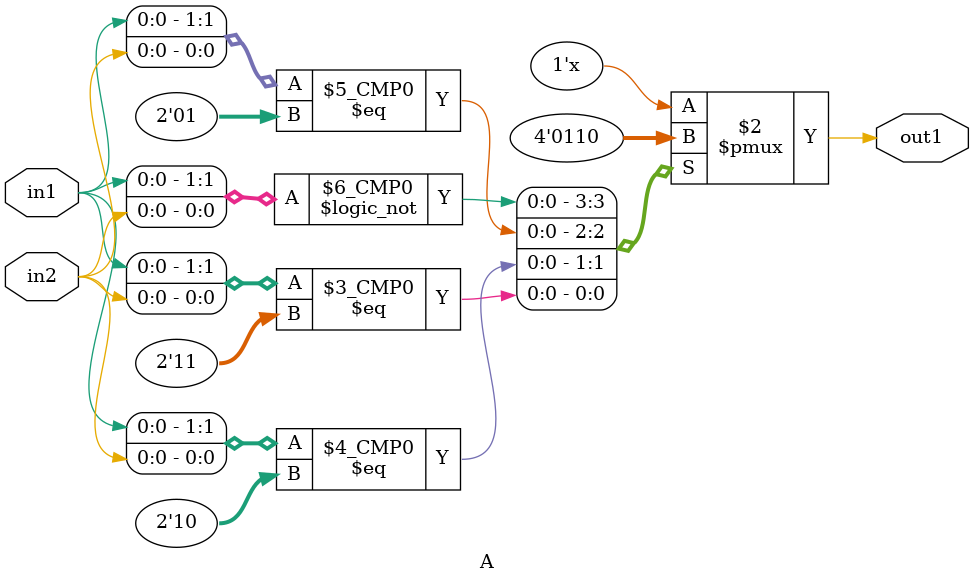
<source format=v>
module A(output out1, input in1, in2);
  always@(in1,in2)
    begin
      case({in1,in2})
        2'b00: {out1} = 1'b0;
        2'b01: {out1} = 1'b1;
        2'b10: {out1} = 1'b1;
        2'b11: {out1} = 1'b0;
      endcase
    end
endmodule
</source>
